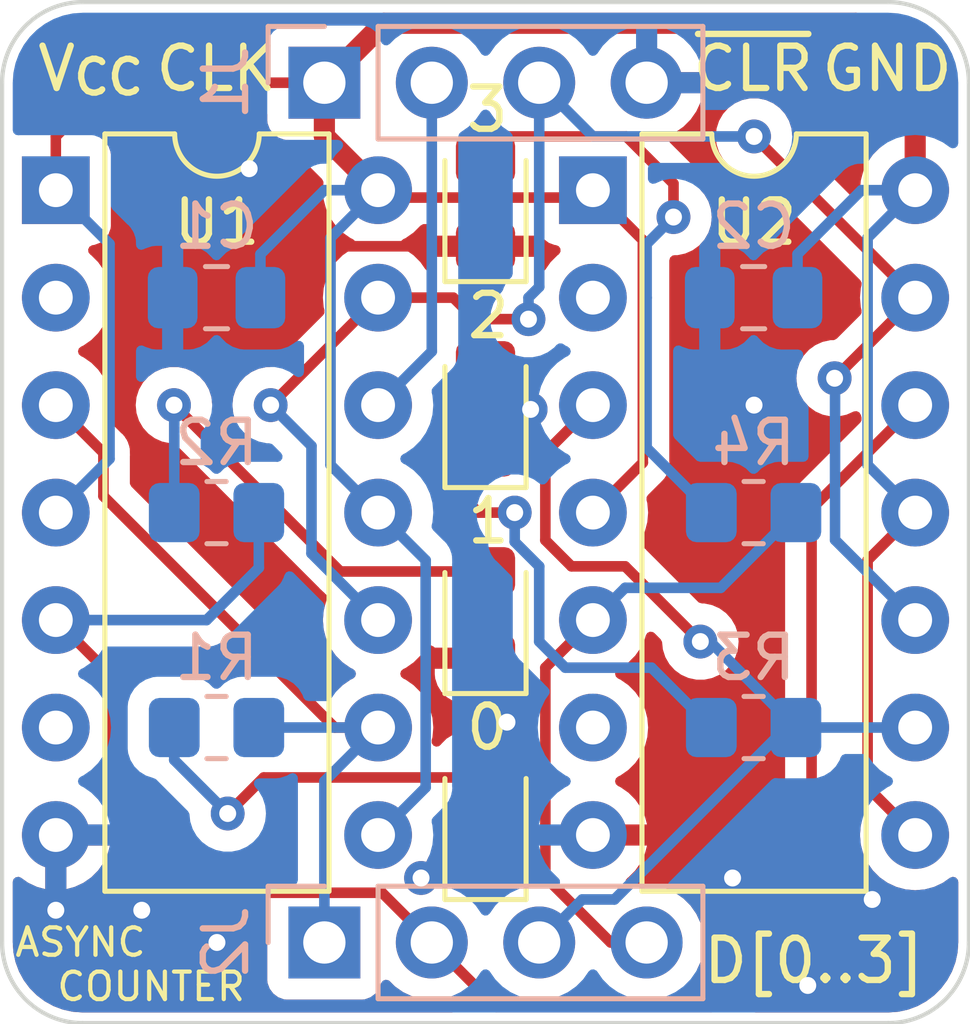
<source format=kicad_pcb>
(kicad_pcb (version 20221018) (generator pcbnew)
  (layers (0 "F.Cu" signal) (31 "B.Cu" signal) (34 "B.Paste" user) (35 "F.Paste" user) (36 "B.SilkS" user "B.Silkscreen") (37 "F.SilkS" user "F.Silkscreen") (38 "B.Mask" user) (39 "F.Mask" user) (44 "Edge.Cuts" user))
  (net 0 "")
  (net 1 "VCC")
  (net 2 "GND")
  (net 3 "Net-(D1-A)")
  (net 4 "Net-(D2-A)")
  (net 5 "Net-(D3-A)")
  (net 6 "Net-(D4-A)")
  (net 7 "/CLK")
  (net 8 "/~{CLR}")
  (net 9 "/D_{0}")
  (net 10 "/D_{1}")
  (net 11 "/D_{2}")
  (net 12 "/D_{3}")
  (footprint "LED_SMD:LED_0805_2012Metric_Pad1.15x1.40mm_HandSolder" (layer "F.Cu") (at 185.42 84.12 90)
    (fp_text reference "D4" hide)
    (fp_text value "LED" hide)
    (fp_line (start -1.86 -0.96) (end -1.86 0.96) (stroke (width 0.12)) (layer "F.SilkS"))
    (fp_line (start -1.86 0.96) (end 1 0.96) (stroke (width 0.12)) (layer "F.SilkS"))
    (fp_line (start 1 -0.96) (end -1.86 -0.96) (stroke (width 0.12)) (layer "F.SilkS"))
    (pad "1" smd roundrect (at -1.025 0 90) (size 1.15 1.4) (layers "F.Cu" "F.Paste" "F.Mask") (roundrect_rratio 0.2173913043) (net 2 "GND"))
    (pad "2" smd roundrect (at 1.025 0 90) (size 1.15 1.4) (layers "F.Cu" "F.Paste" "F.Mask") (roundrect_rratio 0.2173913043) (net 6 "Net-(D4-A)"))
  )
  (footprint "LED_SMD:LED_0805_2012Metric_Pad1.15x1.40mm_HandSolder" (layer "F.Cu") (at 185.42 93.856666 90)
    (fp_text reference "D2" hide)
    (fp_text value "LED" hide)
    (fp_line (start -1.86 -0.96) (end -1.86 0.96) (stroke (width 0.12)) (layer "F.SilkS"))
    (fp_line (start -1.86 0.96) (end 1 0.96) (stroke (width 0.12)) (layer "F.SilkS"))
    (fp_line (start 1 -0.96) (end -1.86 -0.96) (stroke (width 0.12)) (layer "F.SilkS"))
    (pad "1" smd roundrect (at -1.025 0 90) (size 1.15 1.4) (layers "F.Cu" "F.Paste" "F.Mask") (roundrect_rratio 0.2173913043) (net 2 "GND"))
    (pad "2" smd roundrect (at 1.025 0 90) (size 1.15 1.4) (layers "F.Cu" "F.Paste" "F.Mask") (roundrect_rratio 0.2173913043) (net 4 "Net-(D2-A)"))
  )
  (footprint "LED_SMD:LED_0805_2012Metric_Pad1.15x1.40mm_HandSolder" (layer "F.Cu") (at 185.42 88.988333 90)
    (fp_text reference "D3" hide)
    (fp_text value "LED" hide)
    (fp_line (start -1.86 -0.96) (end -1.86 0.96) (stroke (width 0.12)) (layer "F.SilkS"))
    (fp_line (start -1.86 0.96) (end 1 0.96) (stroke (width 0.12)) (layer "F.SilkS"))
    (fp_line (start 1 -0.96) (end -1.86 -0.96) (stroke (width 0.12)) (layer "F.SilkS"))
    (pad "1" smd roundrect (at -1.025 0 90) (size 1.15 1.4) (layers "F.Cu" "F.Paste" "F.Mask") (roundrect_rratio 0.2173913043) (net 2 "GND"))
    (pad "2" smd roundrect (at 1.025 0 90) (size 1.15 1.4) (layers "F.Cu" "F.Paste" "F.Mask") (roundrect_rratio 0.2173913043) (net 5 "Net-(D3-A)"))
  )
  (footprint "Package_DIP:DIP-14_W7.62mm" (layer "F.Cu") (at 175.26 83.82)
    (fp_text reference "U1" (at 3.81 0.762) (layer "F.SilkS"))
    (fp_text value "74LS107")
    (fp_line (start 1.16 -1.33) (end 1.16 16.57) (stroke (width 0.12)) (layer "F.SilkS"))
    (fp_line (start 1.16 16.57) (end 6.46 16.57) (stroke (width 0.12)) (layer "F.SilkS"))
    (fp_line (start 2.81 -1.33) (end 1.16 -1.33) (stroke (width 0.12)) (layer "F.SilkS"))
    (fp_line (start 6.46 -1.33) (end 4.81 -1.33) (stroke (width 0.12)) (layer "F.SilkS"))
    (fp_line (start 6.46 16.57) (end 6.46 -1.33) (stroke (width 0.12)) (layer "F.SilkS"))
    (fp_arc (start 4.81 -1.33) (mid 3.81 -0.33) (end 2.81 -1.33) (stroke (width 0.12)) (layer "F.SilkS"))
    (pad "1" thru_hole rect (at 0 0) (size 1.6 1.6) (drill 0.8) (layers "*.Cu" "*.Mask") (net 1 "VCC"))
    (pad "2" thru_hole oval (at 0 2.54) (size 1.6 1.6) (drill 0.8) (layers "*.Cu" "*.Mask"))
    (pad "3" thru_hole oval (at 0 5.08) (size 1.6 1.6) (drill 0.8) (layers "*.Cu" "*.Mask") (net 9 "/D_{0}"))
    (pad "4" thru_hole oval (at 0 7.62) (size 1.6 1.6) (drill 0.8) (layers "*.Cu" "*.Mask") (net 1 "VCC"))
    (pad "5" thru_hole oval (at 0 10.16) (size 1.6 1.6) (drill 0.8) (layers "*.Cu" "*.Mask") (net 10 "/D_{1}"))
    (pad "6" thru_hole oval (at 0 12.7) (size 1.6 1.6) (drill 0.8) (layers "*.Cu" "*.Mask"))
    (pad "7" thru_hole oval (at 0 15.24) (size 1.6 1.6) (drill 0.8) (layers "*.Cu" "*.Mask") (net 2 "GND"))
    (pad "8" thru_hole oval (at 7.62 15.24) (size 1.6 1.6) (drill 0.8) (layers "*.Cu" "*.Mask") (net 1 "VCC"))
    (pad "9" thru_hole oval (at 7.62 12.7) (size 1.6 1.6) (drill 0.8) (layers "*.Cu" "*.Mask") (net 9 "/D_{0}"))
    (pad "10" thru_hole oval (at 7.62 10.16) (size 1.6 1.6) (drill 0.8) (layers "*.Cu" "*.Mask") (net 8 "/~{CLR}"))
    (pad "11" thru_hole oval (at 7.62 7.62) (size 1.6 1.6) (drill 0.8) (layers "*.Cu" "*.Mask") (net 1 "VCC"))
    (pad "12" thru_hole oval (at 7.62 5.08) (size 1.6 1.6) (drill 0.8) (layers "*.Cu" "*.Mask") (net 7 "/CLK"))
    (pad "13" thru_hole oval (at 7.62 2.54) (size 1.6 1.6) (drill 0.8) (layers "*.Cu" "*.Mask") (net 8 "/~{CLR}"))
    (pad "14" thru_hole oval (at 7.62 0) (size 1.6 1.6) (drill 0.8) (layers "*.Cu" "*.Mask") (net 1 "VCC"))
  )
  (footprint "Package_DIP:DIP-14_W7.62mm" (layer "F.Cu") (at 187.96 83.82)
    (fp_text reference "U2" (at 3.81 0.762) (layer "F.SilkS"))
    (fp_text value "74LS107")
    (fp_line (start 1.16 -1.33) (end 1.16 16.57) (stroke (width 0.12)) (layer "F.SilkS"))
    (fp_line (start 1.16 16.57) (end 6.46 16.57) (stroke (width 0.12)) (layer "F.SilkS"))
    (fp_line (start 2.81 -1.33) (end 1.16 -1.33) (stroke (width 0.12)) (layer "F.SilkS"))
    (fp_line (start 6.46 -1.33) (end 4.81 -1.33) (stroke (width 0.12)) (layer "F.SilkS"))
    (fp_line (start 6.46 16.57) (end 6.46 -1.33) (stroke (width 0.12)) (layer "F.SilkS"))
    (fp_arc (start 4.81 -1.33) (mid 3.81 -0.33) (end 2.81 -1.33) (stroke (width 0.12)) (layer "F.SilkS"))
    (pad "1" thru_hole rect (at 0 0) (size 1.6 1.6) (drill 0.8) (layers "*.Cu" "*.Mask") (net 1 "VCC"))
    (pad "2" thru_hole oval (at 0 2.54) (size 1.6 1.6) (drill 0.8) (layers "*.Cu" "*.Mask"))
    (pad "3" thru_hole oval (at 0 5.08) (size 1.6 1.6) (drill 0.8) (layers "*.Cu" "*.Mask") (net 11 "/D_{2}"))
    (pad "4" thru_hole oval (at 0 7.62) (size 1.6 1.6) (drill 0.8) (layers "*.Cu" "*.Mask") (net 1 "VCC"))
    (pad "5" thru_hole oval (at 0 10.16) (size 1.6 1.6) (drill 0.8) (layers "*.Cu" "*.Mask") (net 12 "/D_{3}"))
    (pad "6" thru_hole oval (at 0 12.7) (size 1.6 1.6) (drill 0.8) (layers "*.Cu" "*.Mask"))
    (pad "7" thru_hole oval (at 0 15.24) (size 1.6 1.6) (drill 0.8) (layers "*.Cu" "*.Mask") (net 2 "GND"))
    (pad "8" thru_hole oval (at 7.62 15.24) (size 1.6 1.6) (drill 0.8) (layers "*.Cu" "*.Mask") (net 1 "VCC"))
    (pad "9" thru_hole oval (at 7.62 12.7) (size 1.6 1.6) (drill 0.8) (layers "*.Cu" "*.Mask") (net 11 "/D_{2}"))
    (pad "10" thru_hole oval (at 7.62 10.16) (size 1.6 1.6) (drill 0.8) (layers "*.Cu" "*.Mask") (net 8 "/~{CLR}"))
    (pad "11" thru_hole oval (at 7.62 7.62) (size 1.6 1.6) (drill 0.8) (layers "*.Cu" "*.Mask") (net 1 "VCC"))
    (pad "12" thru_hole oval (at 7.62 5.08) (size 1.6 1.6) (drill 0.8) (layers "*.Cu" "*.Mask") (net 10 "/D_{1}"))
    (pad "13" thru_hole oval (at 7.62 2.54) (size 1.6 1.6) (drill 0.8) (layers "*.Cu" "*.Mask") (net 8 "/~{CLR}"))
    (pad "14" thru_hole oval (at 7.62 0) (size 1.6 1.6) (drill 0.8) (layers "*.Cu" "*.Mask") (net 1 "VCC"))
  )
  (footprint "LED_SMD:LED_0805_2012Metric_Pad1.15x1.40mm_HandSolder" (layer "F.Cu") (at 185.42 98.725 90)
    (fp_text reference "D1" hide)
    (fp_text value "LED" hide)
    (fp_line (start -1.86 -0.96) (end -1.86 0.96) (stroke (width 0.12)) (layer "F.SilkS"))
    (fp_line (start -1.86 0.96) (end 1 0.96) (stroke (width 0.12)) (layer "F.SilkS"))
    (fp_line (start 1 -0.96) (end -1.86 -0.96) (stroke (width 0.12)) (layer "F.SilkS"))
    (pad "1" smd roundrect (at -1.025 0 90) (size 1.15 1.4) (layers "F.Cu" "F.Paste" "F.Mask") (roundrect_rratio 0.2173913043) (net 2 "GND"))
    (pad "2" smd roundrect (at 1.025 0 90) (size 1.15 1.4) (layers "F.Cu" "F.Paste" "F.Mask") (roundrect_rratio 0.2173913043) (net 3 "Net-(D1-A)"))
  )
  (footprint "Connector_PinHeader_2.54mm:PinHeader_1x04_P2.54mm_Vertical" (layer "B.Cu") (at 181.61 101.6 -90)
    (fp_text reference "J2" (at 0 2.33 90) (layer "B.SilkS") (effects (justify mirror)))
    (fp_text value "Conn_01x04" hide)
    (fp_line (start -1.33 -8.95) (end 1.33 -8.95) (stroke (width 0.12)) (layer "B.SilkS"))
    (fp_line (start -1.33 -1.27) (end -1.33 -8.95) (stroke (width 0.12)) (layer "B.SilkS"))
    (fp_line (start -1.33 -1.27) (end 1.33 -1.27) (stroke (width 0.12)) (layer "B.SilkS"))
    (fp_line (start -1.33 0) (end -1.33 1.33) (stroke (width 0.12)) (layer "B.SilkS"))
    (fp_line (start -1.33 1.33) (end 0 1.33) (stroke (width 0.12)) (layer "B.SilkS"))
    (fp_line (start 1.33 -1.27) (end 1.33 -8.95) (stroke (width 0.12)) (layer "B.SilkS"))
    (pad "1" thru_hole rect (at 0 0 270) (size 1.7 1.7) (drill 1) (layers "*.Cu" "*.Mask") (net 9 "/D_{0}"))
    (pad "2" thru_hole oval (at 0 -2.54 270) (size 1.7 1.7) (drill 1) (layers "*.Cu" "*.Mask") (net 10 "/D_{1}"))
    (pad "3" thru_hole oval (at 0 -5.08 270) (size 1.7 1.7) (drill 1) (layers "*.Cu" "*.Mask") (net 11 "/D_{2}"))
    (pad "4" thru_hole oval (at 0 -7.62 270) (size 1.7 1.7) (drill 1) (layers "*.Cu" "*.Mask") (net 12 "/D_{3}"))
  )
  (footprint "Resistor_SMD:R_0805_2012Metric_Pad1.20x1.40mm_HandSolder" (layer "B.Cu") (at 191.76 91.44 180)
    (fp_text reference "R4" (at 0 1.65) (layer "B.SilkS") (effects (justify mirror)))
    (fp_text value "220" hide)
    (fp_line (start -0.227064 -0.735) (end 0.227064 -0.735) (stroke (width 0.12)) (layer "B.SilkS"))
    (fp_line (start -0.227064 0.735) (end 0.227064 0.735) (stroke (width 0.12)) (layer "B.SilkS"))
    (pad "1" smd roundrect (at -1 0 180) (size 1.2 1.4) (layers "B.Cu" "B.Paste" "B.Mask") (roundrect_rratio 0.2083333333) (net 12 "/D_{3}"))
    (pad "2" smd roundrect (at 1 0 180) (size 1.2 1.4) (layers "B.Cu" "B.Paste" "B.Mask") (roundrect_rratio 0.2083333333) (net 6 "Net-(D4-A)"))
  )
  (footprint "Capacitor_SMD:C_0805_2012Metric_Pad1.18x1.45mm_HandSolder" (layer "B.Cu") (at 191.76 86.36 180)
    (fp_text reference "C2" (at 0 1.68) (layer "B.SilkS") (effects (justify mirror)))
    (fp_text value "100n" hide)
    (fp_line (start -0.261252 -0.735) (end 0.261252 -0.735) (stroke (width 0.12)) (layer "B.SilkS"))
    (fp_line (start -0.261252 0.735) (end 0.261252 0.735) (stroke (width 0.12)) (layer "B.SilkS"))
    (pad "1" smd roundrect (at -1.0375 0 180) (size 1.175 1.45) (layers "B.Cu" "B.Paste" "B.Mask") (roundrect_rratio 0.2127659574) (net 1 "VCC"))
    (pad "2" smd roundrect (at 1.0375 0 180) (size 1.175 1.45) (layers "B.Cu" "B.Paste" "B.Mask") (roundrect_rratio 0.2127659574) (net 2 "GND"))
  )
  (footprint "Resistor_SMD:R_0805_2012Metric_Pad1.20x1.40mm_HandSolder" (layer "B.Cu") (at 191.76 96.52 180)
    (fp_text reference "R3" (at 0 1.65) (layer "B.SilkS") (effects (justify mirror)))
    (fp_text value "220" hide)
    (fp_line (start -0.227064 -0.735) (end 0.227064 -0.735) (stroke (width 0.12)) (layer "B.SilkS"))
    (fp_line (start -0.227064 0.735) (end 0.227064 0.735) (stroke (width 0.12)) (layer "B.SilkS"))
    (pad "1" smd roundrect (at -1 0 180) (size 1.2 1.4) (layers "B.Cu" "B.Paste" "B.Mask") (roundrect_rratio 0.2083333333) (net 11 "/D_{2}"))
    (pad "2" smd roundrect (at 1 0 180) (size 1.2 1.4) (layers "B.Cu" "B.Paste" "B.Mask") (roundrect_rratio 0.2083333333) (net 5 "Net-(D3-A)"))
  )
  (footprint "Resistor_SMD:R_0805_2012Metric_Pad1.20x1.40mm_HandSolder" (layer "B.Cu") (at 179.06 96.52 180)
    (fp_text reference "R1" (at 0 1.65) (layer "B.SilkS") (effects (justify mirror)))
    (fp_text value "220" hide)
    (fp_line (start -0.227064 -0.735) (end 0.227064 -0.735) (stroke (width 0.12)) (layer "B.SilkS"))
    (fp_line (start -0.227064 0.735) (end 0.227064 0.735) (stroke (width 0.12)) (layer "B.SilkS"))
    (pad "1" smd roundrect (at -1 0 180) (size 1.2 1.4) (layers "B.Cu" "B.Paste" "B.Mask") (roundrect_rratio 0.2083333333) (net 9 "/D_{0}"))
    (pad "2" smd roundrect (at 1 0 180) (size 1.2 1.4) (layers "B.Cu" "B.Paste" "B.Mask") (roundrect_rratio 0.2083333333) (net 3 "Net-(D1-A)"))
  )
  (footprint "Resistor_SMD:R_0805_2012Metric_Pad1.20x1.40mm_HandSolder" (layer "B.Cu") (at 179.06 91.44 180)
    (fp_text reference "R2" (at 0 1.65) (layer "B.SilkS") (effects (justify mirror)))
    (fp_text value "220" hide)
    (fp_line (start -0.227064 -0.735) (end 0.227064 -0.735) (stroke (width 0.12)) (layer "B.SilkS"))
    (fp_line (start -0.227064 0.735) (end 0.227064 0.735) (stroke (width 0.12)) (layer "B.SilkS"))
    (pad "1" smd roundrect (at -1 0 180) (size 1.2 1.4) (layers "B.Cu" "B.Paste" "B.Mask") (roundrect_rratio 0.2083333333) (net 10 "/D_{1}"))
    (pad "2" smd roundrect (at 1 0 180) (size 1.2 1.4) (layers "B.Cu" "B.Paste" "B.Mask") (roundrect_rratio 0.2083333333) (net 4 "Net-(D2-A)"))
  )
  (footprint "Connector_PinHeader_2.54mm:PinHeader_1x04_P2.54mm_Vertical" (layer "B.Cu") (at 181.61 81.28 -90)
    (fp_text reference "J1" (at 0 2.33 90) (layer "B.SilkS") (effects (justify mirror)))
    (fp_text value "Conn_01x04" hide)
    (fp_line (start -1.33 -8.95) (end 1.33 -8.95) (stroke (width 0.12)) (layer "B.SilkS"))
    (fp_line (start -1.33 -1.27) (end -1.33 -8.95) (stroke (width 0.12)) (layer "B.SilkS"))
    (fp_line (start -1.33 -1.27) (end 1.33 -1.27) (stroke (width 0.12)) (layer "B.SilkS"))
    (fp_line (start -1.33 0) (end -1.33 1.33) (stroke (width 0.12)) (layer "B.SilkS"))
    (fp_line (start -1.33 1.33) (end 0 1.33) (stroke (width 0.12)) (layer "B.SilkS"))
    (fp_line (start 1.33 -1.27) (end 1.33 -8.95) (stroke (width 0.12)) (layer "B.SilkS"))
    (pad "1" thru_hole rect (at 0 0 270) (size 1.7 1.7) (drill 1) (layers "*.Cu" "*.Mask") (net 1 "VCC"))
    (pad "2" thru_hole oval (at 0 -2.54 270) (size 1.7 1.7) (drill 1) (layers "*.Cu" "*.Mask") (net 7 "/CLK"))
    (pad "3" thru_hole oval (at 0 -5.08 270) (size 1.7 1.7) (drill 1) (layers "*.Cu" "*.Mask") (net 8 "/~{CLR}"))
    (pad "4" thru_hole oval (at 0 -7.62 270) (size 1.7 1.7) (drill 1) (layers "*.Cu" "*.Mask") (net 2 "GND"))
  )
  (footprint "Capacitor_SMD:C_0805_2012Metric_Pad1.18x1.45mm_HandSolder" (layer "B.Cu") (at 179.06 86.36 180)
    (fp_text reference "C1" (at 0 1.68) (layer "B.SilkS") (effects (justify mirror)))
    (fp_text value "100n" hide)
    (fp_line (start -0.261252 -0.735) (end 0.261252 -0.735) (stroke (width 0.12)) (layer "B.SilkS"))
    (fp_line (start -0.261252 0.735) (end 0.261252 0.735) (stroke (width 0.12)) (layer "B.SilkS"))
    (pad "1" smd roundrect (at -1.0375 0 180) (size 1.175 1.45) (layers "B.Cu" "B.Paste" "B.Mask") (roundrect_rratio 0.2127659574) (net 1 "VCC"))
    (pad "2" smd roundrect (at 1.0375 0 180) (size 1.175 1.45) (layers "B.Cu" "B.Paste" "B.Mask") (roundrect_rratio 0.2127659574) (net 2 "GND"))
  )
  (gr_line (start 194.945 79.375) (end 175.895 79.375) (stroke (width 0.1)) (layer "Edge.Cuts"))
  (gr_arc (start 196.85 101.6) (mid 196.292038 102.947038) (end 194.945 103.505) (stroke (width 0.1)) (layer "Edge.Cuts"))
  (gr_arc (start 194.945 79.375) (mid 196.292038 79.932962) (end 196.85 81.28) (stroke (width 0.1)) (layer "Edge.Cuts"))
  (gr_line (start 196.85 101.6) (end 196.85 81.28) (stroke (width 0.1)) (layer "Edge.Cuts"))
  (gr_line (start 173.99 81.28) (end 173.99 101.6) (stroke (width 0.1)) (layer "Edge.Cuts"))
  (gr_arc (start 173.99 81.28) (mid 174.547962 79.932962) (end 175.895 79.375) (stroke (width 0.1)) (layer "Edge.Cuts"))
  (gr_arc (start 175.895 103.505) (mid 174.547962 102.947038) (end 173.99 101.6) (stroke (width 0.1)) (layer "Edge.Cuts"))
  (gr_line (start 175.895 103.505) (end 194.945 103.505) (stroke (width 0.1)) (layer "Edge.Cuts"))
  (gr_text "3" (at 184.8866 82.4992) (layer "F.SilkS") (effects (font (size 1 1)) (justify left bottom)))
  (gr_text "0" (at 184.8866 97.1042) (layer "F.SilkS") (effects (font (size 1 1)) (justify left bottom)))
  (gr_text "~{CLR}" (at 190.246 81.534) (layer "F.SilkS") (effects (font (size 1 1)) (justify left bottom)))
  (gr_text "ASYNC\n  COUNTER" (at 174.244 103.0224) (layer "F.SilkS") (effects (font (size 0.65 0.65) (thickness 0.1) bold) (justify left bottom)))
  (gr_text "CLK" (at 177.546 81.534) (layer "F.SilkS") (effects (font (size 1 1)) (justify left bottom)))
  (gr_text "1" (at 184.912 92.2274) (layer "F.SilkS") (effects (font (size 1 1)) (justify left bottom)))
  (gr_text "V_{CC}" (at 174.752 81.534) (layer "F.SilkS") (effects (font (size 1 1)) (justify left bottom)))
  (gr_text "GND" (at 193.294 81.534) (layer "F.SilkS") (effects (font (size 1 1)) (justify left bottom)))
  (gr_text "D[0..3]" (at 190.5 102.616) (layer "F.SilkS") (effects (font (size 1 1)) (justify left bottom)))
  (gr_text "2" (at 184.912 87.376) (layer "F.SilkS") (effects (font (size 1 1)) (justify left bottom)))
  (segment (start 189.14 90.26) (end 189.14 85) (width 0.25) (layer "F.Cu") (net 1))
  (segment (start 175.26 82.55) (end 176.53 81.28) (width 0.25) (layer "F.Cu") (net 1))
  (segment (start 175.26 83.82) (end 175.26 82.55) (width 0.25) (layer "F.Cu") (net 1))
  (segment (start 194.455 92.565) (end 195.58 91.44) (width 0.25) (layer "F.Cu") (net 1))
  (segment (start 181.61 81.28) (end 183.015 79.875) (width 0.5) (layer "F.Cu") (net 1))
  (segment (start 176.53 81.28) (end 181.61 81.28) (width 0.25) (layer "F.Cu") (net 1))
  (segment (start 187.96 91.44) (end 189.14 90.26) (width 0.25) (layer "F.Cu") (net 1))
  (segment (start 189.14 85) (end 187.96 83.82) (width 0.25) (layer "F.Cu") (net 1))
  (segment (start 183.055 83.995) (end 182.88 83.82) (width 0.25) (layer "F.Cu") (net 1))
  (segment (start 194.175 79.875) (end 195.58 81.28) (width 0.5) (layer "F.Cu") (net 1))
  (segment (start 187.96 83.82) (end 187.785 83.995) (width 0.25) (layer "F.Cu") (net 1))
  (segment (start 195.58 99.06) (end 194.455 97.935) (width 0.25) (layer "F.Cu") (net 1))
  (segment (start 194.455 97.935) (end 194.455 92.565) (width 0.25) (layer "F.Cu") (net 1))
  (segment (start 181.61 82.55) (end 182.88 83.82) (width 0.5) (layer "F.Cu") (net 1))
  (segment (start 183.015 79.875) (end 194.175 79.875) (width 0.5) (layer "F.Cu") (net 1))
  (segment (start 195.58 81.28) (end 195.58 83.82) (width 0.5) (layer "F.Cu") (net 1))
  (segment (start 187.785 83.995) (end 183.055 83.995) (width 0.25) (layer "F.Cu") (net 1))
  (segment (start 181.61 81.28) (end 181.61 82.55) (width 0.5) (layer "F.Cu") (net 1))
  (segment (start 184.005 92.565) (end 182.88 91.44) (width 0.25) (layer "B.Cu") (net 1))
  (segment (start 192.7975 85.3325) (end 194.31 83.82) (width 0.25) (layer "B.Cu") (net 1))
  (segment (start 192.7975 86.36) (end 192.7975 85.3325) (width 0.25) (layer "B.Cu") (net 1))
  (segment (start 194.31 83.82) (end 195.58 83.82) (width 0.25) (layer "B.Cu") (net 1))
  (segment (start 184.005 97.935) (end 184.005 92.565) (width 0.25) (layer "B.Cu") (net 1))
  (segment (start 194.455 90.315) (end 194.455 84.945) (width 0.25) (layer "B.Cu") (net 1))
  (segment (start 195.58 91.44) (end 194.455 90.315) (width 0.25) (layer "B.Cu") (net 1))
  (segment (start 182.88 91.44) (end 181.755 90.315) (width 0.25) (layer "B.Cu") (net 1))
  (segment (start 194.455 84.945) (end 195.58 83.82) (width 0.25) (layer "B.Cu") (net 1))
  (segment (start 175.26 91.44) (end 176.53 90.17) (width 0.25) (layer "B.Cu") (net 1))
  (segment (start 181.755 90.315) (end 181.755 84.945) (width 0.25) (layer "B.Cu") (net 1))
  (segment (start 181.61 83.82) (end 182.88 83.82) (width 0.25) (layer "B.Cu") (net 1))
  (segment (start 182.88 99.06) (end 184.005 97.935) (width 0.25) (layer "B.Cu") (net 1))
  (segment (start 180.0975 86.36) (end 180.0975 85.3325) (width 0.25) (layer "B.Cu") (net 1))
  (segment (start 180.0975 85.3325) (end 181.61 83.82) (width 0.25) (layer "B.Cu") (net 1))
  (segment (start 176.53 90.17) (end 176.53 85.09) (width 0.25) (layer "B.Cu") (net 1))
  (segment (start 176.53 85.09) (end 175.26 83.82) (width 0.25) (layer "B.Cu") (net 1))
  (segment (start 181.755 84.945) (end 182.88 83.82) (width 0.25) (layer "B.Cu") (net 1))
  (segment (start 185.42 85.145) (end 181.665 85.145) (width 0.25) (layer "F.Cu") (net 2))
  (segment (start 185.42 90.013333) (end 185.475067 90.013333) (width 0.25) (layer "F.Cu") (net 2))
  (segment (start 181.665 85.145) (end 179.832 83.312) (width 0.25) (layer "F.Cu") (net 2))
  (segment (start 185.475067 90.013333) (end 186.4868 89.0016) (width 0.25) (layer "F.Cu") (net 2))
  (via (at 186.4868 89.0016) (size 0.8) (drill 0.4) (layers "F.Cu" "B.Cu") (net 2))
  (via (at 191.262 100.076) (size 0.8) (drill 0.4) (layers "F.Cu" "B.Cu") (net 2))
  (via (at 191.77 88.9) (size 0.8) (drill 0.4) (layers "F.Cu" "B.Cu") (net 2))
  (via (at 175.26 100.838) (size 0.8) (drill 0.4) (layers "F.Cu" "B.Cu") (net 2))
  (via (at 179.07 101.6) (size 0.8) (drill 0.4) (layers "F.Cu" "B.Cu") (net 2))
  (via (at 177.292 100.838) (size 0.8) (drill 0.4) (layers "F.Cu" "B.Cu") (net 2))
  (via (at 185.928 96.393) (size 0.8) (drill 0.4) (layers "F.Cu" "B.Cu") (net 2))
  (via (at 179.832 83.312) (size 0.8) (drill 0.4) (layers "F.Cu" "B.Cu") (net 2))
  (via (at 194.564 100.584) (size 0.8) (drill 0.4) (layers "F.Cu" "B.Cu") (net 2))
  (via (at 183.896 100.076) (size 0.8) (drill 0.4) (layers "F.Cu" "B.Cu") (net 2))
  (via (at 193.04 102.616) (size 0.8) (drill 0.4) (layers "F.Cu" "B.Cu") (net 2))
  (segment (start 179.832 83.312) (end 178.0225 85.1215) (width 0.25) (layer "B.Cu") (net 2))
  (segment (start 178.0225 85.1215) (end 178.0225 86.36) (width 0.25) (layer "B.Cu") (net 2))
  (segment (start 185.42 97.7) (end 180.176 97.7) (width 0.25) (layer "F.Cu") (net 3))
  (segment (start 180.176 97.7) (end 179.324 98.552) (width 0.25) (layer "F.Cu") (net 3))
  (via (at 179.324 98.552) (size 0.8) (drill 0.4) (layers "F.Cu" "B.Cu") (net 3))
  (segment (start 179.324 98.552) (end 178.06 97.288) (width 0.25) (layer "B.Cu") (net 3))
  (segment (start 178.06 97.288) (end 178.06 96.52) (width 0.25) (layer "B.Cu") (net 3))
  (segment (start 181.985666 92.831666) (end 178.054 88.9) (width 0.25) (layer "F.Cu") (net 4))
  (segment (start 185.42 92.831666) (end 181.985666 92.831666) (width 0.25) (layer "F.Cu") (net 4))
  (via (at 178.054 88.9) (size 0.8) (drill 0.4) (layers "F.Cu" "B.Cu") (net 4))
  (segment (start 178.054 88.9) (end 178.06 88.906) (width 0.25) (layer "B.Cu") (net 4))
  (segment (start 178.06 88.906) (end 178.06 91.44) (width 0.25) (layer "B.Cu") (net 4))
  (segment (start 185.258493 91.44) (end 186.1105 91.44) (width 0.25) (layer "F.Cu") (net 5))
  (segment (start 184.395 90.576507) (end 184.395 88.988333) (width 0.25) (layer "F.Cu") (net 5))
  (segment (start 184.395 90.576507) (end 185.258493 91.44) (width 0.25) (layer "F.Cu") (net 5))
  (segment (start 184.395 88.988333) (end 185.42 87.963333) (width 0.25) (layer "F.Cu") (net 5))
  (via (at 186.1105 91.44) (size 0.8) (drill 0.4) (layers "F.Cu" "B.Cu") (net 5))
  (segment (start 186.69 92.71) (end 186.69 94.488) (width 0.25) (layer "B.Cu") (net 5))
  (segment (start 187.307 95.105) (end 189.345 95.105) (width 0.25) (layer "B.Cu") (net 5))
  (segment (start 186.69 94.488) (end 187.307 95.105) (width 0.25) (layer "B.Cu") (net 5))
  (segment (start 186.1105 92.1305) (end 186.69 92.71) (width 0.25) (layer "B.Cu") (net 5))
  (segment (start 186.1105 91.44) (end 186.1105 92.1305) (width 0.25) (layer "B.Cu") (net 5))
  (segment (start 189.345 95.105) (end 190.76 96.52) (width 0.25) (layer "B.Cu") (net 5))
  (segment (start 189.865 84.455) (end 189.865 83.66538) (width 0.25) (layer "F.Cu") (net 6))
  (segment (start 189.865 83.66538) (end 188.74962 82.55) (width 0.25) (layer "F.Cu") (net 6))
  (segment (start 188.74962 82.55) (end 185.965 82.55) (width 0.25) (layer "F.Cu") (net 6))
  (segment (start 185.965 82.55) (end 185.42 83.095) (width 0.25) (layer "F.Cu") (net 6))
  (via (at 189.865 84.455) (size 0.8) (drill 0.4) (layers "F.Cu" "B.Cu") (net 6))
  (segment (start 189.23 85.09) (end 189.865 84.455) (width 0.25) (layer "B.Cu") (net 6))
  (segment (start 189.23 89.91) (end 189.23 86.36) (width 0.25) (layer "B.Cu") (net 6))
  (segment (start 189.23 86.36) (end 189.23 85.09) (width 0.25) (layer "B.Cu") (net 6))
  (segment (start 190.76 91.44) (end 189.23 89.91) (width 0.25) (layer "B.Cu") (net 6))
  (segment (start 184.15 87.63) (end 182.88 88.9) (width 0.25) (layer "B.Cu") (net 7))
  (segment (start 184.15 81.28) (end 184.15 87.63) (width 0.25) (layer "B.Cu") (net 7))
  (segment (start 184.658 86.36) (end 182.88 86.36) (width 0.25) (layer "F.Cu") (net 8))
  (segment (start 191.77 82.55) (end 195.58 86.36) (width 0.25) (layer "F.Cu") (net 8))
  (segment (start 180.34 88.9) (end 182.88 86.36) (width 0.25) (layer "F.Cu") (net 8))
  (segment (start 185.166 86.868) (end 186.436 86.868) (width 0.25) (layer "F.Cu") (net 8))
  (segment (start 184.658 86.36) (end 185.166 86.868) (width 0.25) (layer "F.Cu") (net 8))
  (segment (start 195.58 86.36) (end 193.675 88.265) (width 0.25) (layer "F.Cu") (net 8))
  (via (at 193.675 88.265) (size 0.8) (drill 0.4) (layers "F.Cu" "B.Cu") (net 8))
  (via (at 180.34 88.9) (size 0.8) (drill 0.4) (layers "F.Cu" "B.Cu") (net 8))
  (via (at 186.436 86.868) (size 0.8) (drill 0.4) (layers "F.Cu" "B.Cu") (net 8))
  (via (at 191.77 82.55) (size 0.8) (drill 0.4) (layers "F.Cu" "B.Cu") (net 8))
  (segment (start 182.88 93.98) (end 181.305 92.405) (width 0.25) (layer "B.Cu") (net 8))
  (segment (start 186.69 86.106) (end 186.69 81.28) (width 0.25) (layer "B.Cu") (net 8))
  (segment (start 181.305 89.865) (end 180.34 88.9) (width 0.25) (layer "B.Cu") (net 8))
  (segment (start 186.436 86.36) (end 186.69 86.106) (width 0.25) (layer "B.Cu") (net 8))
  (segment (start 193.685 88.275) (end 193.685 92.085) (width 0.25) (layer "B.Cu") (net 8))
  (segment (start 186.436 86.868) (end 186.436 86.36) (width 0.25) (layer "B.Cu") (net 8))
  (segment (start 193.685 92.085) (end 195.58 93.98) (width 0.25) (layer "B.Cu") (net 8))
  (segment (start 181.305 92.405) (end 181.305 89.865) (width 0.25) (layer "B.Cu") (net 8))
  (segment (start 187.96 82.55) (end 191.77 82.55) (width 0.25) (layer "B.Cu") (net 8))
  (segment (start 193.675 88.265) (end 193.685 88.275) (width 0.25) (layer "B.Cu") (net 8))
  (segment (start 186.69 81.28) (end 187.96 82.55) (width 0.25) (layer "B.Cu") (net 8))
  (segment (start 176.385 90.025) (end 175.26 88.9) (width 0.25) (layer "F.Cu") (net 9))
  (segment (start 176.385 91.050305) (end 176.385 90.025) (width 0.25) (layer "F.Cu") (net 9))
  (segment (start 181.854695 96.52) (end 176.385 91.050305) (width 0.25) (layer "F.Cu") (net 9))
  (segment (start 182.88 96.52) (end 181.854695 96.52) (width 0.25) (layer "F.Cu") (net 9))
  (segment (start 181.61 101.6) (end 181.61 97.79) (width 0.25) (layer "B.Cu") (net 9))
  (segment (start 180.06 96.52) (end 182.88 96.52) (width 0.25) (layer "B.Cu") (net 9))
  (segment (start 181.61 97.79) (end 182.88 96.52) (width 0.25) (layer "B.Cu") (net 9))
  (segment (start 184.15 101.6) (end 185.674 103.124) (width 0.25) (layer "F.Cu") (net 10))
  (segment (start 176.53 95.25) (end 175.26 93.98) (width 0.25) (layer "F.Cu") (net 10))
  (segment (start 193.13 100.748) (end 193.13 91.35) (width 0.25) (layer "F.Cu") (net 10))
  (segment (start 182.975 100.425) (end 179.165 100.425) (width 0.25) (layer "F.Cu") (net 10))
  (segment (start 176.53 97.79) (end 176.53 95.25) (width 0.25) (layer "F.Cu") (net 10))
  (segment (start 193.13 91.35) (end 195.58 88.9) (width 0.25) (layer "F.Cu") (net 10))
  (segment (start 185.674 103.124) (end 190.754 103.124) (width 0.25) (layer "F.Cu") (net 10))
  (segment (start 179.165 100.425) (end 176.53 97.79) (width 0.25) (layer "F.Cu") (net 10))
  (segment (start 190.754 103.124) (end 193.13 100.748) (width 0.25) (layer "F.Cu") (net 10))
  (segment (start 184.15 101.6) (end 182.975 100.425) (width 0.25) (layer "F.Cu") (net 10))
  (segment (start 178.825305 93.98) (end 175.26 93.98) (width 0.25) (layer "B.Cu") (net 10))
  (segment (start 180.06 91.44) (end 180.06 92.745305) (width 0.25) (layer "B.Cu") (net 10))
  (segment (start 180.06 92.745305) (end 178.825305 93.98) (width 0.25) (layer "B.Cu") (net 10))
  (segment (start 188.722 92.71) (end 190.5 94.488) (width 0.25) (layer "F.Cu") (net 11))
  (segment (start 186.835 90.025) (end 186.835 92.093) (width 0.25) (layer "F.Cu") (net 11))
  (segment (start 186.835 92.093) (end 187.452 92.71) (width 0.25) (layer "F.Cu") (net 11))
  (segment (start 187.96 88.9) (end 186.835 90.025) (width 0.25) (layer "F.Cu") (net 11))
  (segment (start 187.452 92.71) (end 188.722 92.71) (width 0.25) (layer "F.Cu") (net 11))
  (via (at 190.5 94.488) (size 0.8) (drill 0.4) (layers "F.Cu" "B.Cu") (net 11))
  (segment (start 192.76 96.52) (end 195.58 96.52) (width 0.25) (layer "B.Cu") (net 11))
  (segment (start 192.76 96.52) (end 192.532 96.52) (width 0.25) (layer "B.Cu") (net 11))
  (segment (start 188.468 100.584) (end 187.706 100.584) (width 0.25) (layer "B.Cu") (net 11))
  (segment (start 192.532 96.52) (end 188.468 100.584) (width 0.25) (layer "B.Cu") (net 11))
  (segment (start 187.706 100.584) (end 186.69 101.6) (width 0.25) (layer "B.Cu") (net 11))
  (segment (start 190.5 94.488) (end 190.728 94.488) (width 0.25) (layer "B.Cu") (net 11))
  (segment (start 190.728 94.488) (end 192.76 96.52) (width 0.25) (layer "B.Cu") (net 11))
  (segment (start 186.835 95.105) (end 187.96 93.98) (width 0.25) (layer "F.Cu") (net 12))
  (segment (start 186.835 100.055) (end 186.835 95.105) (width 0.25) (layer "F.Cu") (net 12))
  (segment (start 188.38 101.6) (end 186.835 100.055) (width 0.25) (layer "F.Cu") (net 12))
  (segment (start 189.23 101.6) (end 188.38 101.6) (width 0.25) (layer "F.Cu") (net 12))
  (segment (start 190.982 93.218) (end 188.722 93.218) (width 0.25) (layer "B.Cu") (net 12))
  (segment (start 188.722 93.218) (end 187.96 93.98) (width 0.25) (layer "B.Cu") (net 12))
  (segment (start 192.76 91.44) (end 190.982 93.218) (width 0.25) (layer "B.Cu") (net 12))
  (zone (net 2) (net_name "GND") (layers "F&B.Cu") (connect_pads (clearance 0.5)) (min_thickness 0.25) (fill yes (thermal_gap 0.5) (thermal_bridge_width 0.5))
    (polygon (pts (xy 173.99 79.375) (xy 196.85 79.375) (xy 196.85 103.505) (xy 173.99 103.505)))
  )
)
</source>
